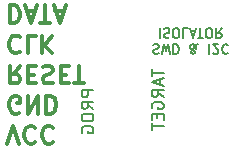
<source format=gbo>
G04 #@! TF.GenerationSoftware,KiCad,Pcbnew,5.0.2-bee76a0~70~ubuntu18.04.1*
G04 #@! TF.CreationDate,2019-07-29T11:10:54+02:00*
G04 #@! TF.ProjectId,SWD_Isolator,5357445f-4973-46f6-9c61-746f722e6b69,rev?*
G04 #@! TF.SameCoordinates,PX4148288PY2f7a4c0*
G04 #@! TF.FileFunction,Legend,Bot*
G04 #@! TF.FilePolarity,Positive*
%FSLAX46Y46*%
G04 Gerber Fmt 4.6, Leading zero omitted, Abs format (unit mm)*
G04 Created by KiCad (PCBNEW 5.0.2-bee76a0~70~ubuntu18.04.1) date pon 29 jul 2019 11:10:54 CEST*
%MOMM*%
%LPD*%
G01*
G04 APERTURE LIST*
%ADD10C,0.150000*%
%ADD11C,0.200000*%
%ADD12C,0.300000*%
G04 APERTURE END LIST*
D10*
X17742295Y8996010D02*
X17856580Y9034105D01*
X18047057Y9034105D01*
X18123247Y8996010D01*
X18161342Y8957915D01*
X18199438Y8881724D01*
X18199438Y8805534D01*
X18161342Y8729343D01*
X18123247Y8691248D01*
X18047057Y8653153D01*
X17894676Y8615058D01*
X17818485Y8576962D01*
X17780390Y8538867D01*
X17742295Y8462677D01*
X17742295Y8386486D01*
X17780390Y8310296D01*
X17818485Y8272200D01*
X17894676Y8234105D01*
X18085152Y8234105D01*
X18199438Y8272200D01*
X18466104Y8234105D02*
X18656580Y9034105D01*
X18808961Y8462677D01*
X18961342Y9034105D01*
X19151819Y8234105D01*
X19456580Y9034105D02*
X19456580Y8234105D01*
X19647057Y8234105D01*
X19761342Y8272200D01*
X19837533Y8348391D01*
X19875628Y8424581D01*
X19913723Y8576962D01*
X19913723Y8691248D01*
X19875628Y8843629D01*
X19837533Y8919820D01*
X19761342Y8996010D01*
X19647057Y9034105D01*
X19456580Y9034105D01*
X21513723Y9034105D02*
X21475628Y9034105D01*
X21399438Y8996010D01*
X21285152Y8881724D01*
X21094676Y8653153D01*
X21018485Y8538867D01*
X20980390Y8424581D01*
X20980390Y8348391D01*
X21018485Y8272200D01*
X21094676Y8234105D01*
X21132771Y8234105D01*
X21208961Y8272200D01*
X21247057Y8348391D01*
X21247057Y8386486D01*
X21208961Y8462677D01*
X21170866Y8500772D01*
X20942295Y8653153D01*
X20904200Y8691248D01*
X20866104Y8767439D01*
X20866104Y8881724D01*
X20904200Y8957915D01*
X20942295Y8996010D01*
X21018485Y9034105D01*
X21132771Y9034105D01*
X21208961Y8996010D01*
X21247057Y8957915D01*
X21361342Y8805534D01*
X21399438Y8691248D01*
X21399438Y8615058D01*
X22466104Y9034105D02*
X22466104Y8234105D01*
X22808961Y8310296D02*
X22847057Y8272200D01*
X22923247Y8234105D01*
X23113723Y8234105D01*
X23189914Y8272200D01*
X23228009Y8310296D01*
X23266104Y8386486D01*
X23266104Y8462677D01*
X23228009Y8576962D01*
X22770866Y9034105D01*
X23266104Y9034105D01*
X24066104Y8957915D02*
X24028009Y8996010D01*
X23913723Y9034105D01*
X23837533Y9034105D01*
X23723247Y8996010D01*
X23647057Y8919820D01*
X23608961Y8843629D01*
X23570866Y8691248D01*
X23570866Y8576962D01*
X23608961Y8424581D01*
X23647057Y8348391D01*
X23723247Y8272200D01*
X23837533Y8234105D01*
X23913723Y8234105D01*
X24028009Y8272200D01*
X24066104Y8310296D01*
X18313723Y10384105D02*
X18313723Y9584105D01*
X18656580Y10346010D02*
X18770866Y10384105D01*
X18961342Y10384105D01*
X19037533Y10346010D01*
X19075628Y10307915D01*
X19113723Y10231724D01*
X19113723Y10155534D01*
X19075628Y10079343D01*
X19037533Y10041248D01*
X18961342Y10003153D01*
X18808961Y9965058D01*
X18732771Y9926962D01*
X18694676Y9888867D01*
X18656580Y9812677D01*
X18656580Y9736486D01*
X18694676Y9660296D01*
X18732771Y9622200D01*
X18808961Y9584105D01*
X18999438Y9584105D01*
X19113723Y9622200D01*
X19608961Y9584105D02*
X19761342Y9584105D01*
X19837533Y9622200D01*
X19913723Y9698391D01*
X19951819Y9850772D01*
X19951819Y10117439D01*
X19913723Y10269820D01*
X19837533Y10346010D01*
X19761342Y10384105D01*
X19608961Y10384105D01*
X19532771Y10346010D01*
X19456580Y10269820D01*
X19418485Y10117439D01*
X19418485Y9850772D01*
X19456580Y9698391D01*
X19532771Y9622200D01*
X19608961Y9584105D01*
X20675628Y10384105D02*
X20294676Y10384105D01*
X20294676Y9584105D01*
X20904200Y10155534D02*
X21285152Y10155534D01*
X20828009Y10384105D02*
X21094676Y9584105D01*
X21361342Y10384105D01*
X21513723Y9584105D02*
X21970866Y9584105D01*
X21742295Y10384105D02*
X21742295Y9584105D01*
X22389914Y9584105D02*
X22542295Y9584105D01*
X22618485Y9622200D01*
X22694676Y9698391D01*
X22732771Y9850772D01*
X22732771Y10117439D01*
X22694676Y10269820D01*
X22618485Y10346010D01*
X22542295Y10384105D01*
X22389914Y10384105D01*
X22313723Y10346010D01*
X22237533Y10269820D01*
X22199438Y10117439D01*
X22199438Y9850772D01*
X22237533Y9698391D01*
X22313723Y9622200D01*
X22389914Y9584105D01*
X23532771Y10384105D02*
X23266104Y10003153D01*
X23075628Y10384105D02*
X23075628Y9584105D01*
X23380390Y9584105D01*
X23456580Y9622200D01*
X23494676Y9660296D01*
X23532771Y9736486D01*
X23532771Y9850772D01*
X23494676Y9926962D01*
X23456580Y9965058D01*
X23380390Y10003153D01*
X23075628Y10003153D01*
D11*
X17613380Y6916420D02*
X17613380Y6344991D01*
X18613380Y6630705D02*
X17613380Y6630705D01*
X18327666Y6059277D02*
X18327666Y5583086D01*
X18613380Y6154515D02*
X17613380Y5821181D01*
X18613380Y5487848D01*
X18613380Y4583086D02*
X18137190Y4916420D01*
X18613380Y5154515D02*
X17613380Y5154515D01*
X17613380Y4773562D01*
X17661000Y4678324D01*
X17708619Y4630705D01*
X17803857Y4583086D01*
X17946714Y4583086D01*
X18041952Y4630705D01*
X18089571Y4678324D01*
X18137190Y4773562D01*
X18137190Y5154515D01*
X17661000Y3630705D02*
X17613380Y3725943D01*
X17613380Y3868800D01*
X17661000Y4011658D01*
X17756238Y4106896D01*
X17851476Y4154515D01*
X18041952Y4202134D01*
X18184809Y4202134D01*
X18375285Y4154515D01*
X18470523Y4106896D01*
X18565761Y4011658D01*
X18613380Y3868800D01*
X18613380Y3773562D01*
X18565761Y3630705D01*
X18518142Y3583086D01*
X18184809Y3583086D01*
X18184809Y3773562D01*
X18089571Y3154515D02*
X18089571Y2821181D01*
X18613380Y2678324D02*
X18613380Y3154515D01*
X17613380Y3154515D01*
X17613380Y2678324D01*
X17613380Y2392610D02*
X17613380Y1821181D01*
X18613380Y2106896D02*
X17613380Y2106896D01*
D12*
X5392457Y631772D02*
X5892457Y2131772D01*
X6392457Y631772D01*
X7749600Y1988915D02*
X7678171Y2060343D01*
X7463885Y2131772D01*
X7321028Y2131772D01*
X7106742Y2060343D01*
X6963885Y1917486D01*
X6892457Y1774629D01*
X6821028Y1488915D01*
X6821028Y1274629D01*
X6892457Y988915D01*
X6963885Y846058D01*
X7106742Y703200D01*
X7321028Y631772D01*
X7463885Y631772D01*
X7678171Y703200D01*
X7749600Y774629D01*
X9249600Y1988915D02*
X9178171Y2060343D01*
X8963885Y2131772D01*
X8821028Y2131772D01*
X8606742Y2060343D01*
X8463885Y1917486D01*
X8392457Y1774629D01*
X8321028Y1488915D01*
X8321028Y1274629D01*
X8392457Y988915D01*
X8463885Y846058D01*
X8606742Y703200D01*
X8821028Y631772D01*
X8963885Y631772D01*
X9178171Y703200D01*
X9249600Y774629D01*
X6392457Y3253200D02*
X6249600Y3181772D01*
X6035314Y3181772D01*
X5821028Y3253200D01*
X5678171Y3396058D01*
X5606742Y3538915D01*
X5535314Y3824629D01*
X5535314Y4038915D01*
X5606742Y4324629D01*
X5678171Y4467486D01*
X5821028Y4610343D01*
X6035314Y4681772D01*
X6178171Y4681772D01*
X6392457Y4610343D01*
X6463885Y4538915D01*
X6463885Y4038915D01*
X6178171Y4038915D01*
X7106742Y4681772D02*
X7106742Y3181772D01*
X7963885Y4681772D01*
X7963885Y3181772D01*
X8678171Y4681772D02*
X8678171Y3181772D01*
X9035314Y3181772D01*
X9249600Y3253200D01*
X9392457Y3396058D01*
X9463885Y3538915D01*
X9535314Y3824629D01*
X9535314Y4038915D01*
X9463885Y4324629D01*
X9392457Y4467486D01*
X9249600Y4610343D01*
X9035314Y4681772D01*
X8678171Y4681772D01*
X6463885Y7231772D02*
X5963885Y6517486D01*
X5606742Y7231772D02*
X5606742Y5731772D01*
X6178171Y5731772D01*
X6321028Y5803200D01*
X6392457Y5874629D01*
X6463885Y6017486D01*
X6463885Y6231772D01*
X6392457Y6374629D01*
X6321028Y6446058D01*
X6178171Y6517486D01*
X5606742Y6517486D01*
X7106742Y6446058D02*
X7606742Y6446058D01*
X7821028Y7231772D02*
X7106742Y7231772D01*
X7106742Y5731772D01*
X7821028Y5731772D01*
X8392457Y7160343D02*
X8606742Y7231772D01*
X8963885Y7231772D01*
X9106742Y7160343D01*
X9178171Y7088915D01*
X9249600Y6946058D01*
X9249600Y6803200D01*
X9178171Y6660343D01*
X9106742Y6588915D01*
X8963885Y6517486D01*
X8678171Y6446058D01*
X8535314Y6374629D01*
X8463885Y6303200D01*
X8392457Y6160343D01*
X8392457Y6017486D01*
X8463885Y5874629D01*
X8535314Y5803200D01*
X8678171Y5731772D01*
X9035314Y5731772D01*
X9249600Y5803200D01*
X9892457Y6446058D02*
X10392457Y6446058D01*
X10606742Y7231772D02*
X9892457Y7231772D01*
X9892457Y5731772D01*
X10606742Y5731772D01*
X11035314Y5731772D02*
X11892457Y5731772D01*
X11463885Y7231772D02*
X11463885Y5731772D01*
X6463885Y9638915D02*
X6392457Y9710343D01*
X6178171Y9781772D01*
X6035314Y9781772D01*
X5821028Y9710343D01*
X5678171Y9567486D01*
X5606742Y9424629D01*
X5535314Y9138915D01*
X5535314Y8924629D01*
X5606742Y8638915D01*
X5678171Y8496058D01*
X5821028Y8353200D01*
X6035314Y8281772D01*
X6178171Y8281772D01*
X6392457Y8353200D01*
X6463885Y8424629D01*
X7821028Y9781772D02*
X7106742Y9781772D01*
X7106742Y8281772D01*
X8321028Y9781772D02*
X8321028Y8281772D01*
X9178171Y9781772D02*
X8535314Y8924629D01*
X9178171Y8281772D02*
X8321028Y9138915D01*
X5606742Y12331772D02*
X5606742Y10831772D01*
X5963885Y10831772D01*
X6178171Y10903200D01*
X6321028Y11046058D01*
X6392457Y11188915D01*
X6463885Y11474629D01*
X6463885Y11688915D01*
X6392457Y11974629D01*
X6321028Y12117486D01*
X6178171Y12260343D01*
X5963885Y12331772D01*
X5606742Y12331772D01*
X7035314Y11903200D02*
X7749600Y11903200D01*
X6892457Y12331772D02*
X7392457Y10831772D01*
X7892457Y12331772D01*
X8178171Y10831772D02*
X9035314Y10831772D01*
X8606742Y12331772D02*
X8606742Y10831772D01*
X9463885Y11903200D02*
X10178171Y11903200D01*
X9321028Y12331772D02*
X9821028Y10831772D01*
X10321028Y12331772D01*
D11*
X12669780Y5138515D02*
X11669780Y5138515D01*
X11669780Y4757562D01*
X11717400Y4662324D01*
X11765019Y4614705D01*
X11860257Y4567086D01*
X12003114Y4567086D01*
X12098352Y4614705D01*
X12145971Y4662324D01*
X12193590Y4757562D01*
X12193590Y5138515D01*
X12669780Y3567086D02*
X12193590Y3900420D01*
X12669780Y4138515D02*
X11669780Y4138515D01*
X11669780Y3757562D01*
X11717400Y3662324D01*
X11765019Y3614705D01*
X11860257Y3567086D01*
X12003114Y3567086D01*
X12098352Y3614705D01*
X12145971Y3662324D01*
X12193590Y3757562D01*
X12193590Y4138515D01*
X11669780Y2948039D02*
X11669780Y2757562D01*
X11717400Y2662324D01*
X11812638Y2567086D01*
X12003114Y2519467D01*
X12336447Y2519467D01*
X12526923Y2567086D01*
X12622161Y2662324D01*
X12669780Y2757562D01*
X12669780Y2948039D01*
X12622161Y3043277D01*
X12526923Y3138515D01*
X12336447Y3186134D01*
X12003114Y3186134D01*
X11812638Y3138515D01*
X11717400Y3043277D01*
X11669780Y2948039D01*
X11717400Y1567086D02*
X11669780Y1662324D01*
X11669780Y1805181D01*
X11717400Y1948039D01*
X11812638Y2043277D01*
X11907876Y2090896D01*
X12098352Y2138515D01*
X12241209Y2138515D01*
X12431685Y2090896D01*
X12526923Y2043277D01*
X12622161Y1948039D01*
X12669780Y1805181D01*
X12669780Y1709943D01*
X12622161Y1567086D01*
X12574542Y1519467D01*
X12241209Y1519467D01*
X12241209Y1709943D01*
M02*

</source>
